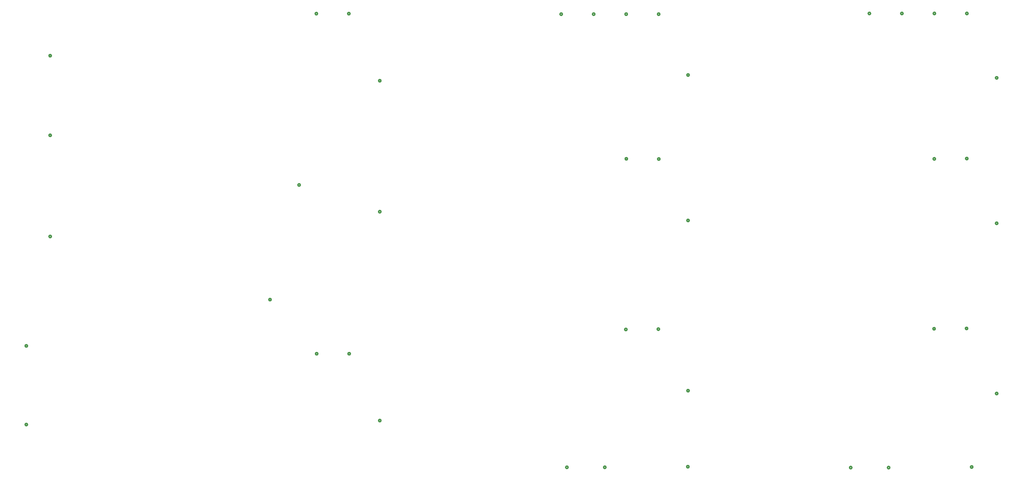
<source format=gbr>
%TF.GenerationSoftware,KiCad,Pcbnew,8.0.1-rc1*%
%TF.CreationDate,2024-04-07T21:12:12-04:00*%
%TF.ProjectId,bcrl_power_supply,6263726c-5f70-46f7-9765-725f73757070,rev?*%
%TF.SameCoordinates,Original*%
%TF.FileFunction,Legend,Bot*%
%TF.FilePolarity,Positive*%
%FSLAX46Y46*%
G04 Gerber Fmt 4.6, Leading zero omitted, Abs format (unit mm)*
G04 Created by KiCad (PCBNEW 8.0.1-rc1) date 2024-04-07 21:12:12*
%MOMM*%
%LPD*%
G01*
G04 APERTURE LIST*
%ADD10C,0.508000*%
G04 APERTURE END LIST*
D10*
%TO.C,J21*%
X319252852Y-203997201D02*
G75*
G02*
X318490852Y-203997201I-381000J0D01*
G01*
X318490852Y-203997201D02*
G75*
G02*
X319252852Y-203997201I381000J0D01*
G01*
%TO.C,J23*%
X239198499Y-203900000D02*
G75*
G02*
X238436499Y-203900000I-381000J0D01*
G01*
X238436499Y-203900000D02*
G75*
G02*
X239198499Y-203900000I381000J0D01*
G01*
%TO.C,J67*%
X346452308Y-103572799D02*
G75*
G02*
X345690308Y-103572799I-381000J0D01*
G01*
X345690308Y-103572799D02*
G75*
G02*
X346452308Y-103572799I381000J0D01*
G01*
%TO.C,J12*%
X165960724Y-120760000D02*
G75*
G02*
X165198724Y-120760000I-381000J0D01*
G01*
X165198724Y-120760000D02*
G75*
G02*
X165960724Y-120760000I381000J0D01*
G01*
%TO.C,J22*%
X331590075Y-203997201D02*
G75*
G02*
X330828075Y-203997201I-381000J0D01*
G01*
X330828075Y-203997201D02*
G75*
G02*
X331590075Y-203997201I381000J0D01*
G01*
%TO.C,J27*%
X145313931Y-56332201D02*
G75*
G02*
X144551931Y-56332201I-381000J0D01*
G01*
X144551931Y-56332201D02*
G75*
G02*
X145313931Y-56332201I381000J0D01*
G01*
%TO.C,J30*%
X155992347Y-166957201D02*
G75*
G02*
X155230347Y-166957201I-381000J0D01*
G01*
X155230347Y-166957201D02*
G75*
G02*
X155992347Y-166957201I381000J0D01*
G01*
%TO.C,J24*%
X226861276Y-203900000D02*
G75*
G02*
X226099276Y-203900000I-381000J0D01*
G01*
X226099276Y-203900000D02*
G75*
G02*
X226861276Y-203900000I381000J0D01*
G01*
%TO.C,J82*%
X266234324Y-203705598D02*
G75*
G02*
X265472324Y-203705598I-381000J0D01*
G01*
X265472324Y-203705598D02*
G75*
G02*
X266234324Y-203705598I381000J0D01*
G01*
%TO.C,J57*%
X346483931Y-56270000D02*
G75*
G02*
X345721931Y-56270000I-381000J0D01*
G01*
X345721931Y-56270000D02*
G75*
G02*
X346483931Y-56270000I381000J0D01*
G01*
%TO.C,J6*%
X50901276Y-190000000D02*
G75*
G02*
X50139276Y-190000000I-381000J0D01*
G01*
X50139276Y-190000000D02*
G75*
G02*
X50901276Y-190000000I381000J0D01*
G01*
%TO.C,J1*%
X58665900Y-70002799D02*
G75*
G02*
X57903900Y-70002799I-381000J0D01*
G01*
X57903900Y-70002799D02*
G75*
G02*
X58665900Y-70002799I381000J0D01*
G01*
%TO.C,J75*%
X346382308Y-158832799D02*
G75*
G02*
X345620308Y-158832799I-381000J0D01*
G01*
X345620308Y-158832799D02*
G75*
G02*
X346382308Y-158832799I381000J0D01*
G01*
%TO.C,J4*%
X58665900Y-128812799D02*
G75*
G02*
X57903900Y-128812799I-381000J0D01*
G01*
X57903900Y-128812799D02*
G75*
G02*
X58665900Y-128812799I381000J0D01*
G01*
%TO.C,J53*%
X266300724Y-178970000D02*
G75*
G02*
X265538724Y-178970000I-381000J0D01*
G01*
X265538724Y-178970000D02*
G75*
G02*
X266300724Y-178970000I381000J0D01*
G01*
%TO.C,J42*%
X256780724Y-103620000D02*
G75*
G02*
X256018724Y-103620000I-381000J0D01*
G01*
X256018724Y-103620000D02*
G75*
G02*
X256780724Y-103620000I381000J0D01*
G01*
%TO.C,J9*%
X139690724Y-112057201D02*
G75*
G02*
X138928724Y-112057201I-381000J0D01*
G01*
X138928724Y-112057201D02*
G75*
G02*
X139690724Y-112057201I381000J0D01*
G01*
%TO.C,J10*%
X130226100Y-149354402D02*
G75*
G02*
X129464100Y-149354402I-381000J0D01*
G01*
X129464100Y-149354402D02*
G75*
G02*
X130226100Y-149354402I381000J0D01*
G01*
%TO.C,J80*%
X235579139Y-56500000D02*
G75*
G02*
X234817139Y-56500000I-381000J0D01*
G01*
X234817139Y-56500000D02*
G75*
G02*
X235579139Y-56500000I381000J0D01*
G01*
%TO.C,J31*%
X145413931Y-166957201D02*
G75*
G02*
X144651931Y-166957201I-381000J0D01*
G01*
X144651931Y-166957201D02*
G75*
G02*
X145413931Y-166957201I381000J0D01*
G01*
%TO.C,J69*%
X366755900Y-124522799D02*
G75*
G02*
X365993900Y-124522799I-381000J0D01*
G01*
X365993900Y-124522799D02*
G75*
G02*
X366755900Y-124522799I381000J0D01*
G01*
%TO.C,J45*%
X266300724Y-123600000D02*
G75*
G02*
X265538724Y-123600000I-381000J0D01*
G01*
X265538724Y-123600000D02*
G75*
G02*
X266300724Y-123600000I381000J0D01*
G01*
%TO.C,J81*%
X225000724Y-56500000D02*
G75*
G02*
X224238724Y-56500000I-381000J0D01*
G01*
X224238724Y-56500000D02*
G75*
G02*
X225000724Y-56500000I381000J0D01*
G01*
%TO.C,J58*%
X335905516Y-56270000D02*
G75*
G02*
X335143516Y-56270000I-381000J0D01*
G01*
X335143516Y-56270000D02*
G75*
G02*
X335905516Y-56270000I381000J0D01*
G01*
%TO.C,J29*%
X165960724Y-78157201D02*
G75*
G02*
X165198724Y-78157201I-381000J0D01*
G01*
X165198724Y-78157201D02*
G75*
G02*
X165960724Y-78157201I381000J0D01*
G01*
%TO.C,J78*%
X256735970Y-56500000D02*
G75*
G02*
X255973970Y-56500000I-381000J0D01*
G01*
X255973970Y-56500000D02*
G75*
G02*
X256735970Y-56500000I381000J0D01*
G01*
%TO.C,J61*%
X366755900Y-77222799D02*
G75*
G02*
X365993900Y-77222799I-381000J0D01*
G01*
X365993900Y-77222799D02*
G75*
G02*
X366755900Y-77222799I381000J0D01*
G01*
%TO.C,J50*%
X256634347Y-158960000D02*
G75*
G02*
X255872347Y-158960000I-381000J0D01*
G01*
X255872347Y-158960000D02*
G75*
G02*
X256634347Y-158960000I381000J0D01*
G01*
%TO.C,J33*%
X165960724Y-188700000D02*
G75*
G02*
X165198724Y-188700000I-381000J0D01*
G01*
X165198724Y-188700000D02*
G75*
G02*
X165960724Y-188700000I381000J0D01*
G01*
%TO.C,J77*%
X366755900Y-179892799D02*
G75*
G02*
X365993900Y-179892799I-381000J0D01*
G01*
X365993900Y-179892799D02*
G75*
G02*
X366755900Y-179892799I381000J0D01*
G01*
%TO.C,J59*%
X325327101Y-56270000D02*
G75*
G02*
X324565101Y-56270000I-381000J0D01*
G01*
X324565101Y-56270000D02*
G75*
G02*
X325327101Y-56270000I381000J0D01*
G01*
%TO.C,J43*%
X246210724Y-103550000D02*
G75*
G02*
X245448724Y-103550000I-381000J0D01*
G01*
X245448724Y-103550000D02*
G75*
G02*
X246210724Y-103550000I381000J0D01*
G01*
%TO.C,J79*%
X246157554Y-56500000D02*
G75*
G02*
X245395554Y-56500000I-381000J0D01*
G01*
X245395554Y-56500000D02*
G75*
G02*
X246157554Y-56500000I381000J0D01*
G01*
%TO.C,J66*%
X357030724Y-103470000D02*
G75*
G02*
X356268724Y-103470000I-381000J0D01*
G01*
X356268724Y-103470000D02*
G75*
G02*
X357030724Y-103470000I381000J0D01*
G01*
%TO.C,J51*%
X246055931Y-159062799D02*
G75*
G02*
X245293931Y-159062799I-381000J0D01*
G01*
X245293931Y-159062799D02*
G75*
G02*
X246055931Y-159062799I381000J0D01*
G01*
%TO.C,J2*%
X58665900Y-95902799D02*
G75*
G02*
X57903900Y-95902799I-381000J0D01*
G01*
X57903900Y-95902799D02*
G75*
G02*
X58665900Y-95902799I381000J0D01*
G01*
%TO.C,J74*%
X356960724Y-158730000D02*
G75*
G02*
X356198724Y-158730000I-381000J0D01*
G01*
X356198724Y-158730000D02*
G75*
G02*
X356960724Y-158730000I381000J0D01*
G01*
%TO.C,J25*%
X358625900Y-203802799D02*
G75*
G02*
X357863900Y-203802799I-381000J0D01*
G01*
X357863900Y-203802799D02*
G75*
G02*
X358625900Y-203802799I381000J0D01*
G01*
%TO.C,J37*%
X266300724Y-76300000D02*
G75*
G02*
X265538724Y-76300000I-381000J0D01*
G01*
X265538724Y-76300000D02*
G75*
G02*
X266300724Y-76300000I381000J0D01*
G01*
%TO.C,J5*%
X50901276Y-164400000D02*
G75*
G02*
X50139276Y-164400000I-381000J0D01*
G01*
X50139276Y-164400000D02*
G75*
G02*
X50901276Y-164400000I381000J0D01*
G01*
%TO.C,J56*%
X357062347Y-56270000D02*
G75*
G02*
X356300347Y-56270000I-381000J0D01*
G01*
X356300347Y-56270000D02*
G75*
G02*
X357062347Y-56270000I381000J0D01*
G01*
%TO.C,J26*%
X155892347Y-56332201D02*
G75*
G02*
X155130347Y-56332201I-381000J0D01*
G01*
X155130347Y-56332201D02*
G75*
G02*
X155892347Y-56332201I381000J0D01*
G01*
%TD*%
M02*

</source>
